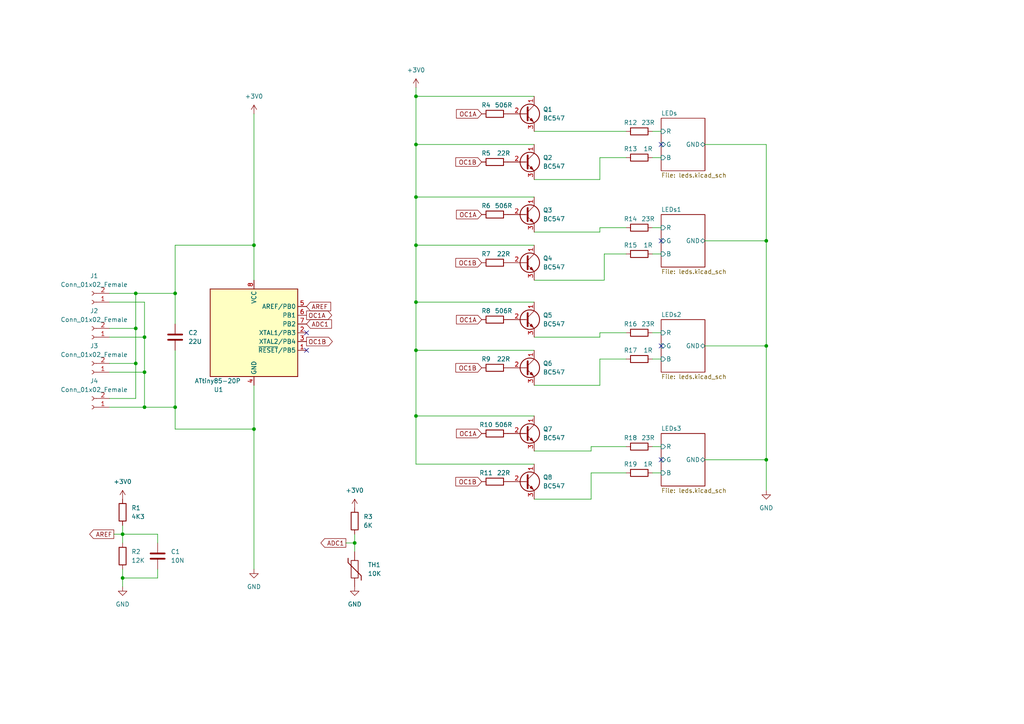
<source format=kicad_sch>
(kicad_sch (version 20211123) (generator eeschema)
  (paper "A4")
  (lib_symbols
    (symbol "Connector:Conn_01x02_Female" (pin_names (offset 1.016) hide)
      (property "Reference" "J" (at 0 2.54 0))
      (property "Value" "Conn_01x02_Female" (at 0 -5.08 0))
      (symbol "Conn_01x02_Female_1_1"
        (arc (start 0 -2.032) (mid -0.508 -2.54) (end 0 -3.048) (stroke (width 0.1524)))
        (polyline (pts (xy -1.27 -2.54) (xy -0.508 -2.54)) (stroke (width 0.1524)))
        (polyline (pts (xy -1.27 0) (xy -0.508 0)) (stroke (width 0.1524)))
        (arc (start 0 0.508) (mid -0.508 0) (end 0 -0.508) (stroke (width 0.1524)))
        (pin passive line (at -5.08 0 0) (length 3.81) (name "Pin_1") (number "1"))
        (pin passive line (at -5.08 -2.54 0) (length 3.81) (name "Pin_2") (number "2"))
      )
    )
    (symbol "Device:C" (pin_numbers hide) (pin_names (offset 0.254))
      (property "Reference" "C" (at 0.635 2.54 0))
      (property "Value" "C" (at 0.635 -2.54 0))
      (symbol "C_0_1"
        (polyline (pts (xy -2.032 -0.762) (xy 2.032 -0.762)) (stroke (width 0.508)))
        (polyline (pts (xy -2.032 0.762) (xy 2.032 0.762)) (stroke (width 0.508)))
      )
      (symbol "C_1_1"
        (pin passive line (at 0 3.81 270) (length 2.794) (name "~") (number "1"))
        (pin passive line (at 0 -3.81 90) (length 2.794) (name "~") (number "2"))
      )
    )
    (symbol "Device:R" (pin_numbers hide) (pin_names (offset 0))
      (property "Reference" "R" (at 2.032 0 90))
      (property "Value" "R" (at 0 0 90))
      (symbol "R_0_1"
        (rectangle (start -1.016 -2.54) (end 1.016 2.54) (stroke (width 0.254)))
      )
      (symbol "R_1_1"
        (pin passive line (at 0 3.81 270) (length 1.27) (name "~") (number "1"))
        (pin passive line (at 0 -3.81 90) (length 1.27) (name "~") (number "2"))
      )
    )
    (symbol "Device:Thermistor" (pin_numbers hide) (pin_names (offset 0))
      (property "Reference" "TH" (at 2.54 1.27 90))
      (property "Value" "Thermistor" (at -2.54 0 90))
      (symbol "Thermistor_0_1"
        (rectangle (start -1.016 2.54) (end 1.016 -2.54) (stroke (width 0.2032)))
        (polyline (pts (xy -1.905 3.175) (xy -1.905 1.905) (xy 1.905 -1.905) (xy 1.905 -3.175) (xy 1.905 -3.175)) (stroke (width 0.254)))
      )
      (symbol "Thermistor_1_1"
        (pin passive line (at 0 5.08 270) (length 2.54) (name "~") (number "1"))
        (pin passive line (at 0 -5.08 90) (length 2.54) (name "~") (number "2"))
      )
    )
    (symbol "MCU_Microchip_ATtiny:ATtiny85-20P"
      (property "Reference" "U" (at -12.7 13.97 0))
      (property "Value" "ATtiny85-20P" (at 2.54 -13.97 0))
      (symbol "ATtiny85-20P_0_1"
        (rectangle (start -12.7 -12.7) (end 12.7 12.7) (stroke (width 0.254)) (fill (type background)))
      )
      (symbol "ATtiny85-20P_1_1"
        (pin bidirectional line (at 15.24 -5.08 180) (length 2.54) (name "~{RESET}/PB5") (number "1"))
        (pin bidirectional line (at 15.24 0 180) (length 2.54) (name "XTAL1/PB3") (number "2"))
        (pin bidirectional line (at 15.24 -2.54 180) (length 2.54) (name "XTAL2/PB4") (number "3"))
        (pin power_in line (at 0 -15.24 90) (length 2.54) (name "GND") (number "4"))
        (pin bidirectional line (at 15.24 7.62 180) (length 2.54) (name "AREF/PB0") (number "5"))
        (pin bidirectional line (at 15.24 5.08 180) (length 2.54) (name "PB1") (number "6"))
        (pin bidirectional line (at 15.24 2.54 180) (length 2.54) (name "PB2") (number "7"))
        (pin power_in line (at 0 15.24 270) (length 2.54) (name "VCC") (number "8"))
      )
    )
    (symbol "Transistor_BJT:BC547" (pin_names (offset 0) hide)
      (property "Reference" "Q" (at 5.08 1.905 0))
      (property "Value" "BC547" (at 5.08 0 0))
      (symbol "BC547_0_1"
        (polyline (pts (xy 0 0) (xy 0.635 0)))
        (polyline (pts (xy 0.635 0.635) (xy 2.54 2.54)))
        (polyline (pts (xy 0.635 -0.635) (xy 2.54 -2.54) (xy 2.54 -2.54)))
        (polyline (pts (xy 0.635 1.905) (xy 0.635 -1.905) (xy 0.635 -1.905)) (stroke (width 0.508)))
        (polyline (pts (xy 1.27 -1.778) (xy 1.778 -1.27) (xy 2.286 -2.286) (xy 1.27 -1.778) (xy 1.27 -1.778)) (fill (type outline)))
        (circle (center 1.27 0) (radius 2.8194) (stroke (width 0.254)))
      )
      (symbol "BC547_1_1"
        (pin passive line (at 2.54 5.08 270) (length 2.54) (name "C") (number "1"))
        (pin input line (at -5.08 0 0) (length 5.08) (name "B") (number "2"))
        (pin passive line (at 2.54 -5.08 90) (length 2.54) (name "E") (number "3"))
      )
    )
    (symbol "power:+3V0" (power) (pin_names (offset 0))
      (property "Value" "+3V0" (at 0 3.556 0))
      (symbol "+3V0_0_1"
        (polyline (pts (xy -0.762 1.27) (xy 0 2.54)))
        (polyline (pts (xy 0 0) (xy 0 2.54)))
        (polyline (pts (xy 0 2.54) (xy 0.762 1.27)))
      )
      (symbol "+3V0_1_1"
        (pin power_in line (at 0 0 90) (length 0) hide (name "+3V0") (number "1"))
      )
    )
    (symbol "power:GND" (power) (pin_names (offset 0))
      (property "Value" "GND" (at 0 -3.81 0))
      (symbol "GND_0_1"
        (polyline (pts (xy 0 0) (xy 0 -1.27) (xy 1.27 -1.27) (xy 0 -2.54) (xy -1.27 -1.27) (xy 0 -1.27)))
      )
      (symbol "GND_1_1"
        (pin power_in line (at 0 0 270) (length 0) hide (name "GND") (number "1"))
      )
    )
  )
  (junction (at 120.65 101.6))
  (junction (at 120.65 27.94))
  (junction (at 73.66 71.12))
  (junction (at 39.37 85.09))
  (junction (at 39.37 95.25))
  (junction (at 120.65 71.12))
  (junction (at 120.65 57.15))
  (junction (at 102.87 157.48))
  (junction (at 120.65 120.65))
  (junction (at 50.8 85.09))
  (junction (at 41.91 118.11))
  (junction (at 35.56 167.64))
  (junction (at 41.91 107.95))
  (junction (at 222.25 100.33))
  (junction (at 222.25 69.85))
  (junction (at 39.37 105.41))
  (junction (at 35.56 154.94))
  (junction (at 73.66 124.46))
  (junction (at 50.8 118.11))
  (junction (at 120.65 87.63))
  (junction (at 120.65 41.91))
  (junction (at 222.25 133.35))
  (junction (at 41.91 97.79))
  (no_connect (at 191.77 100.33))
  (no_connect (at 191.77 133.35))
  (no_connect (at 191.77 41.91))
  (no_connect (at 191.77 69.85))
  (no_connect (at 88.9 101.6))
  (no_connect (at 88.9 96.52))
  (wire (pts (xy 173.99 67.31) (xy 173.99 66.04)))
  (wire (pts (xy 189.23 66.04) (xy 191.77 66.04)))
  (wire (pts (xy 31.75 107.95) (xy 41.91 107.95)))
  (wire (pts (xy 102.87 154.94) (xy 102.87 157.48)))
  (wire (pts (xy 35.56 152.4) (xy 35.56 154.94)))
  (wire (pts (xy 73.66 71.12) (xy 73.66 81.28)))
  (wire (pts (xy 154.94 52.07) (xy 173.99 52.07)))
  (wire (pts (xy 73.66 124.46) (xy 73.66 165.1)))
  (wire (pts (xy 222.25 133.35) (xy 222.25 142.24)))
  (wire (pts (xy 189.23 73.66) (xy 191.77 73.66)))
  (wire (pts (xy 154.94 67.31) (xy 173.99 67.31)))
  (wire (pts (xy 171.45 129.54) (xy 181.61 129.54)))
  (wire (pts (xy 204.47 69.85) (xy 222.25 69.85)))
  (wire (pts (xy 31.75 87.63) (xy 41.91 87.63)))
  (wire (pts (xy 39.37 95.25) (xy 39.37 85.09)))
  (wire (pts (xy 189.23 104.14) (xy 191.77 104.14)))
  (wire (pts (xy 45.72 167.64) (xy 35.56 167.64)))
  (wire (pts (xy 50.8 118.11) (xy 50.8 124.46)))
  (wire (pts (xy 31.75 95.25) (xy 39.37 95.25)))
  (wire (pts (xy 189.23 38.1) (xy 191.77 38.1)))
  (wire (pts (xy 154.94 38.1) (xy 181.61 38.1)))
  (wire (pts (xy 50.8 124.46) (xy 73.66 124.46)))
  (wire (pts (xy 120.65 87.63) (xy 120.65 101.6)))
  (wire (pts (xy 154.94 57.15) (xy 120.65 57.15)))
  (wire (pts (xy 50.8 85.09) (xy 50.8 93.98)))
  (wire (pts (xy 120.65 41.91) (xy 154.94 41.91)))
  (wire (pts (xy 154.94 97.79) (xy 173.99 97.79)))
  (wire (pts (xy 173.99 104.14) (xy 181.61 104.14)))
  (wire (pts (xy 120.65 120.65) (xy 120.65 134.62)))
  (wire (pts (xy 73.66 111.76) (xy 73.66 124.46)))
  (wire (pts (xy 171.45 137.16) (xy 181.61 137.16)))
  (wire (pts (xy 189.23 137.16) (xy 191.77 137.16)))
  (wire (pts (xy 50.8 71.12) (xy 73.66 71.12)))
  (wire (pts (xy 154.94 130.81) (xy 171.45 130.81)))
  (wire (pts (xy 102.87 157.48) (xy 102.87 160.02)))
  (wire (pts (xy 222.25 69.85) (xy 222.25 100.33)))
  (wire (pts (xy 39.37 85.09) (xy 50.8 85.09)))
  (wire (pts (xy 41.91 97.79) (xy 41.91 107.95)))
  (wire (pts (xy 120.65 71.12) (xy 154.94 71.12)))
  (wire (pts (xy 175.26 73.66) (xy 181.61 73.66)))
  (wire (pts (xy 154.94 111.76) (xy 173.99 111.76)))
  (wire (pts (xy 154.94 144.78) (xy 171.45 144.78)))
  (wire (pts (xy 120.65 41.91) (xy 120.65 57.15)))
  (wire (pts (xy 31.75 105.41) (xy 39.37 105.41)))
  (wire (pts (xy 35.56 167.64) (xy 35.56 170.18)))
  (wire (pts (xy 50.8 71.12) (xy 50.8 85.09)))
  (wire (pts (xy 175.26 81.28) (xy 175.26 73.66)))
  (wire (pts (xy 120.65 25.4) (xy 120.65 27.94)))
  (wire (pts (xy 204.47 100.33) (xy 222.25 100.33)))
  (wire (pts (xy 35.56 154.94) (xy 45.72 154.94)))
  (wire (pts (xy 35.56 154.94) (xy 35.56 157.48)))
  (wire (pts (xy 120.65 27.94) (xy 120.65 41.91)))
  (wire (pts (xy 204.47 133.35) (xy 222.25 133.35)))
  (wire (pts (xy 100.33 157.48) (xy 102.87 157.48)))
  (wire (pts (xy 189.23 45.72) (xy 191.77 45.72)))
  (wire (pts (xy 173.99 45.72) (xy 181.61 45.72)))
  (wire (pts (xy 120.65 120.65) (xy 154.94 120.65)))
  (wire (pts (xy 120.65 134.62) (xy 154.94 134.62)))
  (wire (pts (xy 50.8 101.6) (xy 50.8 118.11)))
  (wire (pts (xy 31.75 97.79) (xy 41.91 97.79)))
  (wire (pts (xy 45.72 165.1) (xy 45.72 167.64)))
  (wire (pts (xy 41.91 87.63) (xy 41.91 97.79)))
  (wire (pts (xy 39.37 115.57) (xy 39.37 105.41)))
  (wire (pts (xy 120.65 101.6) (xy 120.65 120.65)))
  (wire (pts (xy 154.94 81.28) (xy 175.26 81.28)))
  (wire (pts (xy 73.66 33.02) (xy 73.66 71.12)))
  (wire (pts (xy 171.45 130.81) (xy 171.45 129.54)))
  (wire (pts (xy 173.99 97.79) (xy 173.99 96.52)))
  (wire (pts (xy 222.25 41.91) (xy 222.25 69.85)))
  (wire (pts (xy 41.91 107.95) (xy 41.91 118.11)))
  (wire (pts (xy 120.65 27.94) (xy 154.94 27.94)))
  (wire (pts (xy 222.25 100.33) (xy 222.25 133.35)))
  (wire (pts (xy 204.47 41.91) (xy 222.25 41.91)))
  (wire (pts (xy 35.56 165.1) (xy 35.56 167.64)))
  (wire (pts (xy 41.91 118.11) (xy 50.8 118.11)))
  (wire (pts (xy 45.72 154.94) (xy 45.72 157.48)))
  (wire (pts (xy 171.45 144.78) (xy 171.45 137.16)))
  (wire (pts (xy 33.02 154.94) (xy 35.56 154.94)))
  (wire (pts (xy 31.75 115.57) (xy 39.37 115.57)))
  (wire (pts (xy 39.37 105.41) (xy 39.37 95.25)))
  (wire (pts (xy 173.99 52.07) (xy 173.99 45.72)))
  (wire (pts (xy 120.65 101.6) (xy 154.94 101.6)))
  (wire (pts (xy 189.23 129.54) (xy 191.77 129.54)))
  (wire (pts (xy 189.23 96.52) (xy 191.77 96.52)))
  (wire (pts (xy 120.65 87.63) (xy 154.94 87.63)))
  (wire (pts (xy 31.75 118.11) (xy 41.91 118.11)))
  (wire (pts (xy 173.99 96.52) (xy 181.61 96.52)))
  (wire (pts (xy 31.75 85.09) (xy 39.37 85.09)))
  (wire (pts (xy 120.65 57.15) (xy 120.65 71.12)))
  (wire (pts (xy 173.99 66.04) (xy 181.61 66.04)))
  (wire (pts (xy 173.99 111.76) (xy 173.99 104.14)))
  (wire (pts (xy 120.65 71.12) (xy 120.65 87.63)))
  (global_label "OC1B" (shape input) (at 139.7 46.99 180) (property "Intersheet References" "${INTERSHEET_REFS}" (effects hide)))
  (global_label "OC1B" (shape input) (at 139.7 106.68 180) (property "Intersheet References" "${INTERSHEET_REFS}" (effects hide)))
  (global_label "OC1A" (shape output) (at 88.9 91.44 0) (property "Intersheet References" "${INTERSHEET_REFS}" (effects hide)))
  (global_label "AREF" (shape output) (at 33.02 154.94 180) (property "Intersheet References" "${INTERSHEET_REFS}" (effects hide)))
  (global_label "AREF" (shape input) (at 88.9 88.9 0) (property "Intersheet References" "${INTERSHEET_REFS}" (effects hide)))
  (global_label "OC1A" (shape input) (at 139.7 125.73 180) (property "Intersheet References" "${INTERSHEET_REFS}" (effects hide)))
  (global_label "OC1A" (shape input) (at 139.7 62.23 180) (property "Intersheet References" "${INTERSHEET_REFS}" (effects hide)))
  (global_label "OC1B" (shape input) (at 139.7 139.7 180) (property "Intersheet References" "${INTERSHEET_REFS}" (effects hide)))
  (global_label "OC1B" (shape input) (at 139.7 76.2 180) (property "Intersheet References" "${INTERSHEET_REFS}" (effects hide)))
  (global_label "OC1A" (shape input) (at 139.7 33.02 180) (property "Intersheet References" "${INTERSHEET_REFS}" (effects hide)))
  (global_label "ADC1" (shape input) (at 88.9 93.98 0) (property "Intersheet References" "${INTERSHEET_REFS}" (effects hide)))
  (global_label "OC1B" (shape output) (at 88.9 99.06 0) (property "Intersheet References" "${INTERSHEET_REFS}" (effects hide)))
  (global_label "ADC1" (shape output) (at 100.33 157.48 180) (property "Intersheet References" "${INTERSHEET_REFS}" (effects hide)))
  (global_label "OC1A" (shape input) (at 139.7 92.71 180) (property "Intersheet References" "${INTERSHEET_REFS}" (effects hide)))
  (symbol (lib_id "Transistor_BJT:BC547") (at 152.4 46.99 0) (unit 1)
    (property "Reference" "Q2" (at 157.48 45.7199 0) (effects (justify left)))
    (property "Value" "BC547" (at 157.48 48.2599 0) (effects (justify left)))
    (property "Footprint" "Package_TO_SOT_THT:TO-92_Inline" (effects hide))
    (property "Datasheet" "https://www.onsemi.com/pub/Collateral/BC550-D.pdf" (effects hide))
  )
  (symbol (lib_id "Transistor_BJT:BC547") (at 152.4 76.2 0) (unit 1)
    (property "Reference" "Q4" (at 157.48 74.9299 0) (effects (justify left)))
    (property "Value" "BC547" (at 157.48 77.4699 0) (effects (justify left)))
    (property "Footprint" "Package_TO_SOT_THT:TO-92_Inline" (effects hide))
    (property "Datasheet" "https://www.onsemi.com/pub/Collateral/BC550-D.pdf" (effects hide))
  )
  (symbol (lib_id "Device:Thermistor") (at 102.87 165.1 0) (unit 1)
    (property "Reference" "TH1" (at 106.68 163.8299 0) (effects (justify left)))
    (property "Value" "10K" (at 106.68 166.3699 0) (effects (justify left)))
  )
  (symbol (lib_id "Device:R") (at 185.42 45.72 90) (unit 1)
    (property "Reference" "R13" (at 182.88 43.18 90))
    (property "Value" "1R" (at 187.96 43.18 90))
  )
  (symbol (lib_id "Device:R") (at 185.42 73.66 90) (unit 1)
    (property "Reference" "R15" (at 182.88 71.12 90))
    (property "Value" "1R" (at 187.96 71.12 90))
  )
  (symbol (lib_id "Device:R") (at 143.51 92.71 90) (unit 1)
    (property "Reference" "R8" (at 140.97 90.17 90))
    (property "Value" "506R" (at 146.05 90.17 90))
  )
  (symbol (lib_id "power:GND") (at 222.25 142.24 0) (unit 1)
    (property "Reference" "#PWR08" (effects hide))
    (property "Value" "GND" (at 222.25 147.32 0))
  )
  (symbol (lib_id "Connector:Conn_01x02_Female") (at 26.67 107.95 180) (unit 1)
    (property "Reference" "J3" (at 27.305 100.33 0))
    (property "Value" "Conn_01x02_Female" (at 27.305 102.87 0))
  )
  (symbol (lib_id "Device:R") (at 185.42 96.52 90) (unit 1)
    (property "Reference" "R16" (at 182.88 93.98 90))
    (property "Value" "23R" (at 187.96 93.98 90))
  )
  (symbol (lib_id "Connector:Conn_01x02_Female") (at 26.67 87.63 180) (unit 1)
    (property "Reference" "J1" (at 27.305 80.01 0))
    (property "Value" "Conn_01x02_Female" (at 27.305 82.55 0))
  )
  (symbol (lib_id "Device:R") (at 143.51 76.2 90) (unit 1)
    (property "Reference" "R7" (at 140.97 73.66 90))
    (property "Value" "22R" (at 146.05 73.66 90))
  )
  (symbol (lib_id "Device:R") (at 185.42 137.16 90) (unit 1)
    (property "Reference" "R19" (at 182.88 134.62 90))
    (property "Value" "1R" (at 187.96 134.62 90))
  )
  (symbol (lib_id "MCU_Microchip_ATtiny:ATtiny85-20P") (at 73.66 96.52 0) (unit 1)
    (property "Reference" "U1" (at 64.77 113.03 0) (effects (justify right)))
    (property "Value" "ATtiny85-20P" (at 69.85 110.49 0) (effects (justify right)))
    (property "Footprint" "Package_DIP:DIP-8_W7.62mm" (effects hide))
    (property "Datasheet" "http://ww1.microchip.com/downloads/en/DeviceDoc/atmel-2586-avr-8-bit-microcontroller-attiny25-attiny45-attiny85_datasheet.pdf" (effects hide))
  )
  (symbol (lib_id "Device:R") (at 143.51 125.73 90) (unit 1)
    (property "Reference" "R10" (at 140.97 123.19 90))
    (property "Value" "506R" (at 146.05 123.19 90))
  )
  (symbol (lib_id "Device:C") (at 50.8 97.79 0) (unit 1)
    (property "Reference" "C2" (at 54.61 96.5199 0) (effects (justify left)))
    (property "Value" "22U" (at 54.61 99.0599 0) (effects (justify left)))
  )
  (symbol (lib_id "Device:R") (at 185.42 38.1 90) (unit 1)
    (property "Reference" "R12" (at 182.88 35.56 90))
    (property "Value" "23R" (at 187.96 35.56 90))
  )
  (symbol (lib_id "Transistor_BJT:BC547") (at 152.4 33.02 0) (unit 1)
    (property "Reference" "Q1" (at 157.48 31.7499 0) (effects (justify left)))
    (property "Value" "BC547" (at 157.48 34.2899 0) (effects (justify left)))
    (property "Footprint" "Package_TO_SOT_THT:TO-92_Inline" (effects hide))
    (property "Datasheet" "https://www.onsemi.com/pub/Collateral/BC550-D.pdf" (effects hide))
  )
  (symbol (lib_id "Device:R") (at 143.51 139.7 90) (unit 1)
    (property "Reference" "R11" (at 140.97 137.16 90))
    (property "Value" "22R" (at 146.05 137.16 90))
  )
  (symbol (lib_id "Device:R") (at 102.87 151.13 0) (unit 1)
    (property "Reference" "R3" (at 105.41 149.8599 0) (effects (justify left)))
    (property "Value" "6K" (at 105.41 152.3999 0) (effects (justify left)))
  )
  (symbol (lib_id "power:+3V0") (at 73.66 33.02 0) (unit 1)
    (property "Reference" "#PWR03" (effects hide))
    (property "Value" "+3V0" (at 73.66 27.94 0))
  )
  (symbol (lib_id "Device:R") (at 35.56 161.29 0) (unit 1)
    (property "Reference" "R2" (at 38.1 160.0199 0) (effects (justify left)))
    (property "Value" "12K" (at 38.1 162.5599 0) (effects (justify left)))
  )
  (symbol (lib_id "power:GND") (at 73.66 165.1 0) (unit 1)
    (property "Reference" "#PWR04" (effects hide))
    (property "Value" "GND" (at 73.66 170.18 0))
  )
  (symbol (lib_id "Connector:Conn_01x02_Female") (at 26.67 118.11 180) (unit 1)
    (property "Reference" "J4" (at 27.305 110.49 0))
    (property "Value" "Conn_01x02_Female" (at 27.305 113.03 0))
  )
  (symbol (lib_id "Device:R") (at 185.42 129.54 90) (unit 1)
    (property "Reference" "R18" (at 182.88 127 90))
    (property "Value" "23R" (at 187.96 127 90))
  )
  (symbol (lib_id "Device:R") (at 35.56 148.59 0) (unit 1)
    (property "Reference" "R1" (at 38.1 147.3199 0) (effects (justify left)))
    (property "Value" "4K3" (at 38.1 149.8599 0) (effects (justify left)))
  )
  (symbol (lib_id "Device:R") (at 143.51 62.23 90) (unit 1)
    (property "Reference" "R6" (at 140.97 59.69 90))
    (property "Value" "506R" (at 146.05 59.69 90))
  )
  (symbol (lib_id "Device:C") (at 45.72 161.29 0) (unit 1)
    (property "Reference" "C1" (at 49.53 160.0199 0) (effects (justify left)))
    (property "Value" "10N" (at 49.53 162.5599 0) (effects (justify left)))
  )
  (symbol (lib_id "power:+3V0") (at 35.56 144.78 0) (unit 1)
    (property "Reference" "#PWR01" (effects hide))
    (property "Value" "+3V0" (at 35.56 139.7 0))
  )
  (symbol (lib_id "power:+3V0") (at 102.87 147.32 0) (unit 1)
    (property "Reference" "#PWR05" (effects hide))
    (property "Value" "+3V0" (at 102.87 142.24 0))
  )
  (symbol (lib_id "Transistor_BJT:BC547") (at 152.4 62.23 0) (unit 1)
    (property "Reference" "Q3" (at 157.48 60.9599 0) (effects (justify left)))
    (property "Value" "BC547" (at 157.48 63.4999 0) (effects (justify left)))
    (property "Footprint" "Package_TO_SOT_THT:TO-92_Inline" (effects hide))
    (property "Datasheet" "https://www.onsemi.com/pub/Collateral/BC550-D.pdf" (effects hide))
  )
  (symbol (lib_id "Connector:Conn_01x02_Female") (at 26.67 97.79 180) (unit 1)
    (property "Reference" "J2" (at 27.305 90.17 0))
    (property "Value" "Conn_01x02_Female" (at 27.305 92.71 0))
  )
  (symbol (lib_id "Transistor_BJT:BC547") (at 152.4 92.71 0) (unit 1)
    (property "Reference" "Q5" (at 157.48 91.4399 0) (effects (justify left)))
    (property "Value" "BC547" (at 157.48 93.9799 0) (effects (justify left)))
    (property "Footprint" "Package_TO_SOT_THT:TO-92_Inline" (effects hide))
    (property "Datasheet" "https://www.onsemi.com/pub/Collateral/BC550-D.pdf" (effects hide))
  )
  (symbol (lib_id "power:GND") (at 35.56 170.18 0) (unit 1)
    (property "Reference" "#PWR02" (effects hide))
    (property "Value" "GND" (at 35.56 175.26 0))
  )
  (symbol (lib_id "power:+3V0") (at 120.65 25.4 0) (unit 1)
    (property "Reference" "#PWR07" (effects hide))
    (property "Value" "+3V0" (at 120.65 20.32 0))
  )
  (symbol (lib_id "Transistor_BJT:BC547") (at 152.4 139.7 0) (unit 1)
    (property "Reference" "Q8" (at 157.48 138.4299 0) (effects (justify left)))
    (property "Value" "BC547" (at 157.48 140.9699 0) (effects (justify left)))
    (property "Footprint" "Package_TO_SOT_THT:TO-92_Inline" (effects hide))
    (property "Datasheet" "https://www.onsemi.com/pub/Collateral/BC550-D.pdf" (effects hide))
  )
  (symbol (lib_id "Device:R") (at 185.42 104.14 90) (unit 1)
    (property "Reference" "R17" (at 182.88 101.6 90))
    (property "Value" "1R" (at 187.96 101.6 90))
  )
  (symbol (lib_id "Device:R") (at 143.51 106.68 90) (unit 1)
    (property "Reference" "R9" (at 140.97 104.14 90))
    (property "Value" "22R" (at 146.05 104.14 90))
  )
  (symbol (lib_id "power:GND") (at 102.87 170.18 0) (unit 1)
    (property "Reference" "#PWR06" (effects hide))
    (property "Value" "GND" (at 102.87 175.26 0))
  )
  (symbol (lib_id "Transistor_BJT:BC547") (at 152.4 125.73 0) (unit 1)
    (property "Reference" "Q7" (at 157.48 124.4599 0) (effects (justify left)))
    (property "Value" "BC547" (at 157.48 126.9999 0) (effects (justify left)))
    (property "Footprint" "Package_TO_SOT_THT:TO-92_Inline" (effects hide))
    (property "Datasheet" "https://www.onsemi.com/pub/Collateral/BC550-D.pdf" (effects hide))
  )
  (symbol (lib_id "Transistor_BJT:BC547") (at 152.4 106.68 0) (unit 1)
    (property "Reference" "Q6" (at 157.48 105.4099 0) (effects (justify left)))
    (property "Value" "BC547" (at 157.48 107.9499 0) (effects (justify left)))
    (property "Footprint" "Package_TO_SOT_THT:TO-92_Inline" (effects hide))
    (property "Datasheet" "https://www.onsemi.com/pub/Collateral/BC550-D.pdf" (effects hide))
  )
  (symbol (lib_id "Device:R") (at 143.51 46.99 90) (unit 1)
    (property "Reference" "R5" (at 140.97 44.45 90))
    (property "Value" "22R" (at 146.05 44.45 90))
  )
  (symbol (lib_id "Device:R") (at 185.42 66.04 90) (unit 1)
    (property "Reference" "R14" (at 182.88 63.5 90))
    (property "Value" "23R" (at 187.96 63.5 90))
  )
  (symbol (lib_id "Device:R") (at 143.51 33.02 90) (unit 1)
    (property "Reference" "R4" (at 140.97 30.48 90))
    (property "Value" "506R" (at 146.05 30.48 90))
  )
  (sheet (at 191.77 34.29) (size 12.7 15.24) (stroke (width 0.1524))
    (property "Sheet name" "LEDs" (at 191.77 33.5784 0) (effects (justify left bottom)))
    (property "Sheet file" "leds.kicad_sch" (at 191.77 50.1146 0) (effects (justify left top)))
    (pin "R" input (at 191.77 38.1 180))
    (pin "G" input (at 191.77 41.91 180))
    (pin "B" input (at 191.77 45.72 180))
    (pin "GND" bidirectional (at 204.47 41.91 0))
  )
  (sheet (at 191.77 62.23) (size 12.7 15.24) (stroke (width 0.1524))
    (property "Sheet name" "LEDs1" (at 191.77 61.5184 0) (effects (justify left bottom)))
    (property "Sheet file" "leds.kicad_sch" (at 191.77 78.0546 0) (effects (justify left top)))
    (pin "R" input (at 191.77 66.04 180))
    (pin "G" input (at 191.77 69.85 180))
    (pin "B" input (at 191.77 73.66 180))
    (pin "GND" bidirectional (at 204.47 69.85 0))
  )
  (sheet (at 191.77 125.73) (size 12.7 15.24) (stroke (width 0.1524))
    (property "Sheet name" "LEDs3" (at 191.77 125.0184 0) (effects (justify left bottom)))
    (property "Sheet file" "leds.kicad_sch" (at 191.77 141.5546 0) (effects (justify left top)))
    (pin "R" input (at 191.77 129.54 180))
    (pin "G" input (at 191.77 133.35 180))
    (pin "B" input (at 191.77 137.16 180))
    (pin "GND" bidirectional (at 204.47 133.35 0))
  )
  (sheet (at 191.77 92.71) (size 12.7 15.24) (stroke (width 0.1524))
    (property "Sheet name" "LEDs2" (at 191.77 91.9984 0) (effects (justify left bottom)))
    (property "Sheet file" "leds.kicad_sch" (at 191.77 108.5346 0) (effects (justify left top)))
    (pin "R" input (at 191.77 96.52 180))
    (pin "G" input (at 191.77 100.33 180))
    (pin "B" input (at 191.77 104.14 180))
    (pin "GND" bidirectional (at 204.47 100.33 0))
  )
)
</source>
